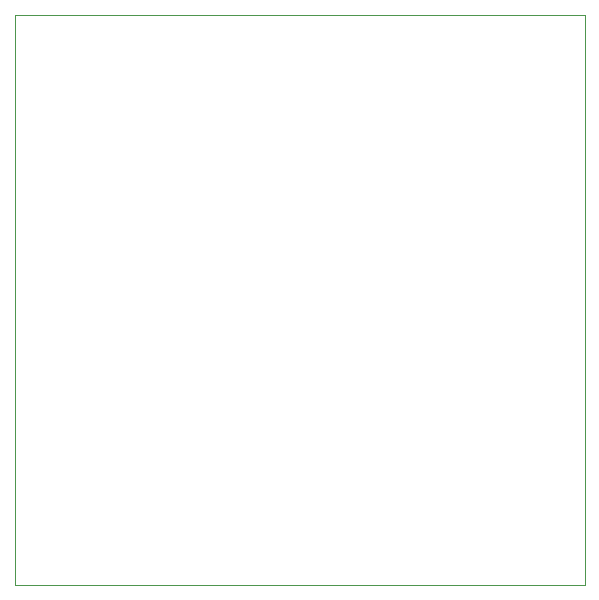
<source format=gbr>
%TF.GenerationSoftware,KiCad,Pcbnew,5.1.9-73d0e3b20d~88~ubuntu20.04.1*%
%TF.CreationDate,2021-01-27T17:21:51-06:00*%
%TF.ProjectId,ProtoPCBs,50726f74-6f50-4434-9273-2e6b69636164,rev?*%
%TF.SameCoordinates,Original*%
%TF.FileFunction,Profile,NP*%
%FSLAX46Y46*%
G04 Gerber Fmt 4.6, Leading zero omitted, Abs format (unit mm)*
G04 Created by KiCad (PCBNEW 5.1.9-73d0e3b20d~88~ubuntu20.04.1) date 2021-01-27 17:21:51*
%MOMM*%
%LPD*%
G01*
G04 APERTURE LIST*
%TA.AperFunction,Profile*%
%ADD10C,0.050000*%
%TD*%
%TA.AperFunction,Profile*%
%ADD11C,0.100000*%
%TD*%
G04 APERTURE END LIST*
D10*
X187960000Y-104140000D02*
X236220000Y-104140000D01*
X187960000Y-55880000D02*
X236220000Y-55880000D01*
X187960000Y-55880000D02*
X187960000Y-104140000D01*
D11*
X236220000Y-55880000D02*
X236220000Y-104140000D01*
M02*

</source>
